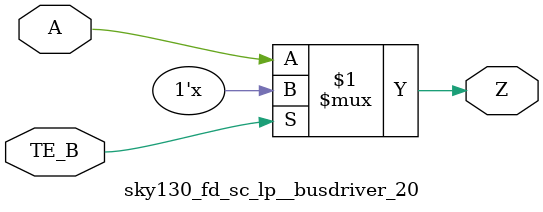
<source format=v>
/*
 * Copyright 2020 The SkyWater PDK Authors
 *
 * Licensed under the Apache License, Version 2.0 (the "License");
 * you may not use this file except in compliance with the License.
 * You may obtain a copy of the License at
 *
 *     https://www.apache.org/licenses/LICENSE-2.0
 *
 * Unless required by applicable law or agreed to in writing, software
 * distributed under the License is distributed on an "AS IS" BASIS,
 * WITHOUT WARRANTIES OR CONDITIONS OF ANY KIND, either express or implied.
 * See the License for the specific language governing permissions and
 * limitations under the License.
 *
 * SPDX-License-Identifier: Apache-2.0
*/


`ifndef SKY130_FD_SC_LP__BUSDRIVER_20_FUNCTIONAL_V
`define SKY130_FD_SC_LP__BUSDRIVER_20_FUNCTIONAL_V

/**
 * busdriver: Bus driver (pmoshvt devices).
 *
 * Verilog simulation functional model.
 */

`timescale 1ns / 1ps
`default_nettype none

`celldefine
module sky130_fd_sc_lp__busdriver_20 (
    Z   ,
    A   ,
    TE_B
);

    // Module ports
    output Z   ;
    input  A   ;
    input  TE_B;

    //     Name     Output  Other arguments
    bufif0 bufif00 (Z     , A, TE_B        );

endmodule
`endcelldefine

`default_nettype wire
`endif  // SKY130_FD_SC_LP__BUSDRIVER_20_FUNCTIONAL_V

</source>
